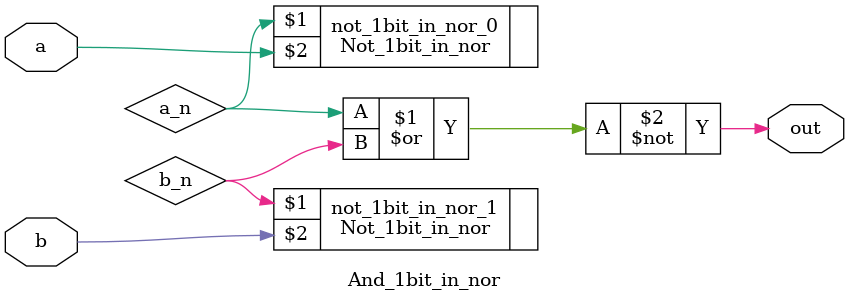
<source format=v>
`timescale 1ns/1ps

module And_1bit_in_nor (out, a, b);
input a;
input b;
output out;

wire a_n;
wire b_n;

Not_1bit_in_nor not_1bit_in_nor_0 (a_n, a);
Not_1bit_in_nor not_1bit_in_nor_1 (b_n, b);
nor nor0 (out, a_n, b_n);

endmodule
</source>
